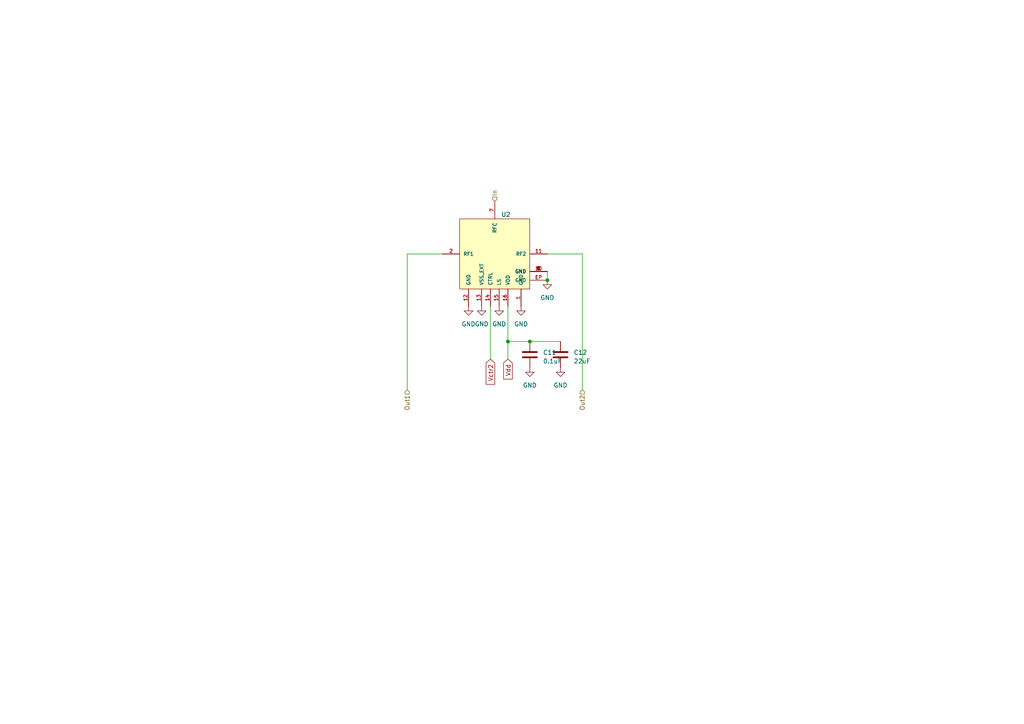
<source format=kicad_sch>
(kicad_sch (version 20230121) (generator eeschema)
  (paper "A4")
  (lib_symbols
    (symbol "Device:C" (pin_numbers hide) (pin_names (offset 0.254))
      (property "Reference" "C" (at 0.635 2.54 0))
      (property "Value" "C" (at 0.635 -2.54 0))
      (symbol "C_0_1"
        (polyline (pts (xy -2.032 -0.762) (xy 2.032 -0.762)) (stroke (width 0.508)))
        (polyline (pts (xy -2.032 0.762) (xy 2.032 0.762)) (stroke (width 0.508)))
      )
      (symbol "C_1_1"
        (pin passive line (at 0 3.81 270) (length 2.794) (name "~") (number "1"))
        (pin passive line (at 0 -3.81 90) (length 2.794) (name "~") (number "2"))
      )
    )
    (symbol "Radar:Switch_PE42553A-Z" (pin_names (offset 1.016))
      (property "Reference" "U" (at -10.1634 10.1634 0))
      (property "Value" "Switch_PE42553A-Z" (at -10.16 2.54 0))
      (symbol "Switch_PE42553A-Z_0_0"
        (rectangle (start -10.16 10.16) (end 10.16 -10.16) (stroke (width 0.1524)) (fill (type background)))
        (pin power_in line (at 7.62 -15.24 90) (length 5.08) (name "GND") (number "1"))
        (pin power_in line (at 15.24 -5.08 180) (length 5.08) (name "GND") (number "10"))
        (pin bidirectional line (at 15.24 0 180) (length 5.08) (name "RF2") (number "11"))
        (pin power_in line (at -7.62 -15.24 90) (length 5.08) (name "GND") (number "12"))
        (pin power_in line (at -3.81 -15.24 90) (length 5.08) (name "VSS_EXT") (number "13"))
        (pin input line (at -1.27 -15.24 90) (length 5.08) (name "CTRL") (number "14"))
        (pin input line (at 1.27 -15.24 90) (length 5.08) (name "LS") (number "15"))
        (pin power_in line (at 3.81 -15.24 90) (length 5.08) (name "VDD") (number "16"))
        (pin bidirectional line (at -15.24 0 0) (length 5.08) (name "RF1") (number "2"))
        (pin power_in line (at 15.24 -5.08 180) (length 5.08) (name "GND") (number "3"))
        (pin power_in line (at 15.24 -5.08 180) (length 5.08) (name "GND") (number "4"))
        (pin power_in line (at 15.24 -5.08 180) (length 5.08) (name "GND") (number "5"))
        (pin power_in line (at 15.24 -5.08 180) (length 5.08) (name "GND") (number "6"))
        (pin bidirectional line (at 0 15.24 270) (length 5.08) (name "RFC") (number "7"))
        (pin power_in line (at 15.24 -5.08 180) (length 5.08) (name "GND") (number "8"))
        (pin power_in line (at 15.24 -5.08 180) (length 5.08) (name "GND") (number "9"))
      )
      (symbol "Switch_PE42553A-Z_1_0"
        (pin power_in line (at 15.24 -7.62 180) (length 5.08) (name "GND") (number "EP"))
      )
    )
    (symbol "power:GND" (power) (pin_names (offset 0))
      (property "Value" "GND" (at 0 -3.81 0))
      (symbol "GND_0_1"
        (polyline (pts (xy 0 0) (xy 0 -1.27) (xy 1.27 -1.27) (xy 0 -2.54) (xy -1.27 -1.27) (xy 0 -1.27)))
      )
      (symbol "GND_1_1"
        (pin power_in line (at 0 0 270) (length 0) hide (name "GND") (number "1"))
      )
    )
  )
  (junction (at 158.75 81.28))
  (junction (at 147.32 99.06))
  (junction (at 153.67 99.06))
  (wire (pts (xy 118.11 73.66) (xy 118.11 113.03)))
  (wire (pts (xy 147.32 88.9) (xy 147.32 99.06)))
  (wire (pts (xy 142.24 88.9) (xy 142.24 104.14)))
  (wire (pts (xy 168.91 73.66) (xy 168.91 113.03)))
  (wire (pts (xy 147.32 99.06) (xy 153.67 99.06)))
  (wire (pts (xy 128.27 73.66) (xy 118.11 73.66)))
  (wire (pts (xy 158.75 78.74) (xy 158.75 81.28)))
  (wire (pts (xy 158.75 73.66) (xy 168.91 73.66)))
  (wire (pts (xy 147.32 99.06) (xy 147.32 104.14)))
  (wire (pts (xy 153.67 99.06) (xy 162.56 99.06)))
  (global_label "Vdd" (shape input) (at 147.32 104.14 270) (property "Intersheetrefs" "${INTERSHEET_REFS}" (effects hide)))
  (global_label "Vctr2" (shape input) (at 142.24 104.14 270) (property "Intersheetrefs" "${INTERSHEET_REFS}" (effects hide)))
  (hierarchical_label "Out2" (shape input) (at 168.91 113.03 270))
  (hierarchical_label "Out1" (shape input) (at 118.11 113.03 270))
  (hierarchical_label "In" (shape input) (at 143.51 58.42 90))
  (symbol (lib_id "power:GND") (at 151.13 88.9 0) (unit 1)
    (property "Reference" "#PWR012" (effects hide))
    (property "Value" "GND" (at 151.13 93.98 0))
    (instances (project "TX_switch_cavity(2mm)" (path "" (reference "#PWR012") (unit 1)) (path "" (reference "#PWR012") (unit 1)) (path "" (reference "#PWR017") (unit 1))))
  )
  (symbol (lib_id "Radar:Switch_PE42553A-Z") (at 143.51 73.66 0) (unit 1)
    (property "Reference" "U2" (at 145.3389 62.23 0) (effects (justify left)))
    (property "Value" "Switch_PE42553A-Z" (effects hide))
    (property "Footprint" "Music_Lab:Switch_PE42553A_QFN17N" (effects hide))
    (property "PACKAGE_ID" "26609" (effects hide))
    (property "MANUFACTURER" "Peregrine Semiconductor" (effects hide))
    (instances (project "TX_switch_cavity(2mm)" (path "" (reference "U2") (unit 1)) (path "" (reference "U2") (unit 1)) (path "" (reference "U3") (unit 1))))
  )
  (symbol (lib_id "Device:C") (at 162.56 102.87 0) (unit 1)
    (property "Reference" "C12" (at 166.37 102.235 0) (effects (justify left)))
    (property "Value" "22uF" (at 166.37 104.775 0) (effects (justify left)))
    (property "Footprint" "Capacitor_SMD:C_0603_1608Metric_revised" (effects hide))
    (instances (project "TX_switch_cavity(2mm)" (path "" (reference "C12") (unit 1)) (path "" (reference "C12") (unit 1)) (path "" (reference "C2") (unit 1))))
  )
  (symbol (lib_id "Device:C") (at 153.67 102.87 0) (unit 1)
    (property "Reference" "C11" (at 157.48 102.235 0) (effects (justify left)))
    (property "Value" "0.1uF" (at 157.48 104.775 0) (effects (justify left)))
    (property "Footprint" "Capacitor_SMD:C_0603_1608Metric_revised" (effects hide))
    (instances (project "TX_switch_cavity(2mm)" (path "" (reference "C11") (unit 1)) (path "" (reference "C11") (unit 1)) (path "" (reference "C1") (unit 1))))
  )
  (symbol (lib_id "power:GND") (at 139.7 88.9 0) (unit 1)
    (property "Reference" "#PWR013" (effects hide))
    (property "Value" "GND" (at 139.7 93.98 0))
    (instances (project "TX_switch_cavity(2mm)" (path "" (reference "#PWR013") (unit 1)) (path "" (reference "#PWR013") (unit 1)) (path "" (reference "#PWR015") (unit 1))))
  )
  (symbol (lib_id "power:GND") (at 135.89 88.9 0) (unit 1)
    (property "Reference" "#PWR010" (effects hide))
    (property "Value" "GND" (at 135.89 93.98 0))
    (instances (project "TX_switch_cavity(2mm)" (path "" (reference "#PWR010") (unit 1)) (path "" (reference "#PWR010") (unit 1)) (path "" (reference "#PWR03") (unit 1))))
  )
  (symbol (lib_id "power:GND") (at 153.67 106.68 0) (unit 1)
    (property "Reference" "#PWR055" (effects hide))
    (property "Value" "GND" (at 153.67 111.76 0))
    (instances (project "TX_switch_cavity(2mm)" (path "" (reference "#PWR055") (unit 1)) (path "" (reference "#PWR055") (unit 1)) (path "" (reference "#PWR018") (unit 1))))
  )
  (symbol (lib_id "power:GND") (at 162.56 106.68 0) (unit 1)
    (property "Reference" "#PWR056" (effects hide))
    (property "Value" "GND" (at 162.56 111.76 0))
    (instances (project "TX_switch_cavity(2mm)" (path "" (reference "#PWR056") (unit 1)) (path "" (reference "#PWR056") (unit 1)) (path "" (reference "#PWR020") (unit 1))))
  )
  (symbol (lib_id "power:GND") (at 158.75 81.28 0) (unit 1)
    (property "Reference" "#PWR011" (effects hide))
    (property "Value" "GND" (at 158.75 86.36 0))
    (instances (project "TX_switch_cavity(2mm)" (path "" (reference "#PWR011") (unit 1)) (path "" (reference "#PWR011") (unit 1)) (path "" (reference "#PWR019") (unit 1))))
  )
  (symbol (lib_id "power:GND") (at 144.78 88.9 0) (unit 1)
    (property "Reference" "#PWR014" (effects hide))
    (property "Value" "GND" (at 144.78 93.98 0))
    (instances (project "TX_switch_cavity(2mm)" (path "" (reference "#PWR014") (unit 1)) (path "" (reference "#PWR014") (unit 1)) (path "" (reference "#PWR016") (unit 1))))
  )
)
</source>
